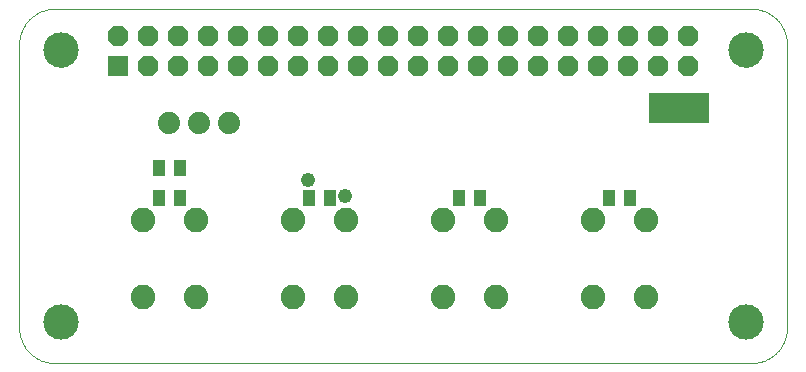
<source format=gts>
G75*
%MOIN*%
%OFA0B0*%
%FSLAX25Y25*%
%IPPOS*%
%LPD*%
%AMOC8*
5,1,8,0,0,1.08239X$1,22.5*
%
%ADD10R,0.20000X0.10000*%
%ADD11C,0.07400*%
%ADD12C,0.08200*%
%ADD13R,0.03950X0.05524*%
%ADD14C,0.00000*%
%ADD15C,0.11824*%
%ADD16R,0.06800X0.06800*%
%ADD17OC8,0.06800*%
%ADD18C,0.04800*%
D10*
X0225000Y0090000D03*
D11*
X0075000Y0085000D03*
X0065000Y0085000D03*
X0055000Y0085000D03*
D12*
X0046100Y0052800D03*
X0063900Y0052800D03*
X0096100Y0052800D03*
X0113900Y0052800D03*
X0146100Y0052800D03*
X0163900Y0052800D03*
X0196100Y0052800D03*
X0213900Y0052800D03*
X0213900Y0027200D03*
X0196100Y0027200D03*
X0163900Y0027200D03*
X0146100Y0027200D03*
X0113900Y0027200D03*
X0096100Y0027200D03*
X0063900Y0027200D03*
X0046100Y0027200D03*
D13*
X0051457Y0060000D03*
X0058543Y0060000D03*
X0058543Y0070000D03*
X0051457Y0070000D03*
X0101457Y0060000D03*
X0108543Y0060000D03*
X0151457Y0060000D03*
X0158543Y0060000D03*
X0201457Y0060000D03*
X0208543Y0060000D03*
D14*
X0249094Y0005000D02*
X0016811Y0005000D01*
X0016526Y0005003D01*
X0016240Y0005014D01*
X0015955Y0005031D01*
X0015671Y0005055D01*
X0015387Y0005086D01*
X0015104Y0005124D01*
X0014823Y0005169D01*
X0014542Y0005220D01*
X0014262Y0005278D01*
X0013984Y0005343D01*
X0013708Y0005415D01*
X0013434Y0005493D01*
X0013161Y0005578D01*
X0012891Y0005670D01*
X0012623Y0005768D01*
X0012357Y0005872D01*
X0012094Y0005983D01*
X0011834Y0006100D01*
X0011576Y0006223D01*
X0011322Y0006353D01*
X0011071Y0006489D01*
X0010823Y0006630D01*
X0010579Y0006778D01*
X0010338Y0006931D01*
X0010102Y0007091D01*
X0009869Y0007256D01*
X0009640Y0007426D01*
X0009415Y0007602D01*
X0009195Y0007784D01*
X0008979Y0007970D01*
X0008768Y0008162D01*
X0008561Y0008359D01*
X0008359Y0008561D01*
X0008162Y0008768D01*
X0007970Y0008979D01*
X0007784Y0009195D01*
X0007602Y0009415D01*
X0007426Y0009640D01*
X0007256Y0009869D01*
X0007091Y0010102D01*
X0006931Y0010338D01*
X0006778Y0010579D01*
X0006630Y0010823D01*
X0006489Y0011071D01*
X0006353Y0011322D01*
X0006223Y0011576D01*
X0006100Y0011834D01*
X0005983Y0012094D01*
X0005872Y0012357D01*
X0005768Y0012623D01*
X0005670Y0012891D01*
X0005578Y0013161D01*
X0005493Y0013434D01*
X0005415Y0013708D01*
X0005343Y0013984D01*
X0005278Y0014262D01*
X0005220Y0014542D01*
X0005169Y0014823D01*
X0005124Y0015104D01*
X0005086Y0015387D01*
X0005055Y0015671D01*
X0005031Y0015955D01*
X0005014Y0016240D01*
X0005003Y0016526D01*
X0005000Y0016811D01*
X0005000Y0111299D01*
X0005003Y0111584D01*
X0005014Y0111870D01*
X0005031Y0112155D01*
X0005055Y0112439D01*
X0005086Y0112723D01*
X0005124Y0113006D01*
X0005169Y0113287D01*
X0005220Y0113568D01*
X0005278Y0113848D01*
X0005343Y0114126D01*
X0005415Y0114402D01*
X0005493Y0114676D01*
X0005578Y0114949D01*
X0005670Y0115219D01*
X0005768Y0115487D01*
X0005872Y0115753D01*
X0005983Y0116016D01*
X0006100Y0116276D01*
X0006223Y0116534D01*
X0006353Y0116788D01*
X0006489Y0117039D01*
X0006630Y0117287D01*
X0006778Y0117531D01*
X0006931Y0117772D01*
X0007091Y0118008D01*
X0007256Y0118241D01*
X0007426Y0118470D01*
X0007602Y0118695D01*
X0007784Y0118915D01*
X0007970Y0119131D01*
X0008162Y0119342D01*
X0008359Y0119549D01*
X0008561Y0119751D01*
X0008768Y0119948D01*
X0008979Y0120140D01*
X0009195Y0120326D01*
X0009415Y0120508D01*
X0009640Y0120684D01*
X0009869Y0120854D01*
X0010102Y0121019D01*
X0010338Y0121179D01*
X0010579Y0121332D01*
X0010823Y0121480D01*
X0011071Y0121621D01*
X0011322Y0121757D01*
X0011576Y0121887D01*
X0011834Y0122010D01*
X0012094Y0122127D01*
X0012357Y0122238D01*
X0012623Y0122342D01*
X0012891Y0122440D01*
X0013161Y0122532D01*
X0013434Y0122617D01*
X0013708Y0122695D01*
X0013984Y0122767D01*
X0014262Y0122832D01*
X0014542Y0122890D01*
X0014823Y0122941D01*
X0015104Y0122986D01*
X0015387Y0123024D01*
X0015671Y0123055D01*
X0015955Y0123079D01*
X0016240Y0123096D01*
X0016526Y0123107D01*
X0016811Y0123110D01*
X0249094Y0123110D01*
X0249379Y0123107D01*
X0249665Y0123096D01*
X0249950Y0123079D01*
X0250234Y0123055D01*
X0250518Y0123024D01*
X0250801Y0122986D01*
X0251082Y0122941D01*
X0251363Y0122890D01*
X0251643Y0122832D01*
X0251921Y0122767D01*
X0252197Y0122695D01*
X0252471Y0122617D01*
X0252744Y0122532D01*
X0253014Y0122440D01*
X0253282Y0122342D01*
X0253548Y0122238D01*
X0253811Y0122127D01*
X0254071Y0122010D01*
X0254329Y0121887D01*
X0254583Y0121757D01*
X0254834Y0121621D01*
X0255082Y0121480D01*
X0255326Y0121332D01*
X0255567Y0121179D01*
X0255803Y0121019D01*
X0256036Y0120854D01*
X0256265Y0120684D01*
X0256490Y0120508D01*
X0256710Y0120326D01*
X0256926Y0120140D01*
X0257137Y0119948D01*
X0257344Y0119751D01*
X0257546Y0119549D01*
X0257743Y0119342D01*
X0257935Y0119131D01*
X0258121Y0118915D01*
X0258303Y0118695D01*
X0258479Y0118470D01*
X0258649Y0118241D01*
X0258814Y0118008D01*
X0258974Y0117772D01*
X0259127Y0117531D01*
X0259275Y0117287D01*
X0259416Y0117039D01*
X0259552Y0116788D01*
X0259682Y0116534D01*
X0259805Y0116276D01*
X0259922Y0116016D01*
X0260033Y0115753D01*
X0260137Y0115487D01*
X0260235Y0115219D01*
X0260327Y0114949D01*
X0260412Y0114676D01*
X0260490Y0114402D01*
X0260562Y0114126D01*
X0260627Y0113848D01*
X0260685Y0113568D01*
X0260736Y0113287D01*
X0260781Y0113006D01*
X0260819Y0112723D01*
X0260850Y0112439D01*
X0260874Y0112155D01*
X0260891Y0111870D01*
X0260902Y0111584D01*
X0260905Y0111299D01*
X0260906Y0111299D02*
X0260906Y0016811D01*
X0260905Y0016811D02*
X0260902Y0016526D01*
X0260891Y0016240D01*
X0260874Y0015955D01*
X0260850Y0015671D01*
X0260819Y0015387D01*
X0260781Y0015104D01*
X0260736Y0014823D01*
X0260685Y0014542D01*
X0260627Y0014262D01*
X0260562Y0013984D01*
X0260490Y0013708D01*
X0260412Y0013434D01*
X0260327Y0013161D01*
X0260235Y0012891D01*
X0260137Y0012623D01*
X0260033Y0012357D01*
X0259922Y0012094D01*
X0259805Y0011834D01*
X0259682Y0011576D01*
X0259552Y0011322D01*
X0259416Y0011071D01*
X0259275Y0010823D01*
X0259127Y0010579D01*
X0258974Y0010338D01*
X0258814Y0010102D01*
X0258649Y0009869D01*
X0258479Y0009640D01*
X0258303Y0009415D01*
X0258121Y0009195D01*
X0257935Y0008979D01*
X0257743Y0008768D01*
X0257546Y0008561D01*
X0257344Y0008359D01*
X0257137Y0008162D01*
X0256926Y0007970D01*
X0256710Y0007784D01*
X0256490Y0007602D01*
X0256265Y0007426D01*
X0256036Y0007256D01*
X0255803Y0007091D01*
X0255567Y0006931D01*
X0255326Y0006778D01*
X0255082Y0006630D01*
X0254834Y0006489D01*
X0254583Y0006353D01*
X0254329Y0006223D01*
X0254071Y0006100D01*
X0253811Y0005983D01*
X0253548Y0005872D01*
X0253282Y0005768D01*
X0253014Y0005670D01*
X0252744Y0005578D01*
X0252471Y0005493D01*
X0252197Y0005415D01*
X0251921Y0005343D01*
X0251643Y0005278D01*
X0251363Y0005220D01*
X0251082Y0005169D01*
X0250801Y0005124D01*
X0250518Y0005086D01*
X0250234Y0005055D01*
X0249950Y0005031D01*
X0249665Y0005014D01*
X0249379Y0005003D01*
X0249094Y0005000D01*
X0241614Y0018780D02*
X0241616Y0018928D01*
X0241622Y0019076D01*
X0241632Y0019224D01*
X0241646Y0019371D01*
X0241664Y0019518D01*
X0241685Y0019664D01*
X0241711Y0019810D01*
X0241741Y0019955D01*
X0241774Y0020099D01*
X0241812Y0020242D01*
X0241853Y0020384D01*
X0241898Y0020525D01*
X0241946Y0020665D01*
X0241999Y0020804D01*
X0242055Y0020941D01*
X0242115Y0021076D01*
X0242178Y0021210D01*
X0242245Y0021342D01*
X0242316Y0021472D01*
X0242390Y0021600D01*
X0242467Y0021726D01*
X0242548Y0021850D01*
X0242632Y0021972D01*
X0242719Y0022091D01*
X0242810Y0022208D01*
X0242904Y0022323D01*
X0243000Y0022435D01*
X0243100Y0022545D01*
X0243202Y0022651D01*
X0243308Y0022755D01*
X0243416Y0022856D01*
X0243527Y0022954D01*
X0243640Y0023050D01*
X0243756Y0023142D01*
X0243874Y0023231D01*
X0243995Y0023316D01*
X0244118Y0023399D01*
X0244243Y0023478D01*
X0244370Y0023554D01*
X0244499Y0023626D01*
X0244630Y0023695D01*
X0244763Y0023760D01*
X0244898Y0023821D01*
X0245034Y0023879D01*
X0245171Y0023934D01*
X0245310Y0023984D01*
X0245451Y0024031D01*
X0245592Y0024074D01*
X0245735Y0024114D01*
X0245879Y0024149D01*
X0246023Y0024181D01*
X0246169Y0024208D01*
X0246315Y0024232D01*
X0246462Y0024252D01*
X0246609Y0024268D01*
X0246756Y0024280D01*
X0246904Y0024288D01*
X0247052Y0024292D01*
X0247200Y0024292D01*
X0247348Y0024288D01*
X0247496Y0024280D01*
X0247643Y0024268D01*
X0247790Y0024252D01*
X0247937Y0024232D01*
X0248083Y0024208D01*
X0248229Y0024181D01*
X0248373Y0024149D01*
X0248517Y0024114D01*
X0248660Y0024074D01*
X0248801Y0024031D01*
X0248942Y0023984D01*
X0249081Y0023934D01*
X0249218Y0023879D01*
X0249354Y0023821D01*
X0249489Y0023760D01*
X0249622Y0023695D01*
X0249753Y0023626D01*
X0249882Y0023554D01*
X0250009Y0023478D01*
X0250134Y0023399D01*
X0250257Y0023316D01*
X0250378Y0023231D01*
X0250496Y0023142D01*
X0250612Y0023050D01*
X0250725Y0022954D01*
X0250836Y0022856D01*
X0250944Y0022755D01*
X0251050Y0022651D01*
X0251152Y0022545D01*
X0251252Y0022435D01*
X0251348Y0022323D01*
X0251442Y0022208D01*
X0251533Y0022091D01*
X0251620Y0021972D01*
X0251704Y0021850D01*
X0251785Y0021726D01*
X0251862Y0021600D01*
X0251936Y0021472D01*
X0252007Y0021342D01*
X0252074Y0021210D01*
X0252137Y0021076D01*
X0252197Y0020941D01*
X0252253Y0020804D01*
X0252306Y0020665D01*
X0252354Y0020525D01*
X0252399Y0020384D01*
X0252440Y0020242D01*
X0252478Y0020099D01*
X0252511Y0019955D01*
X0252541Y0019810D01*
X0252567Y0019664D01*
X0252588Y0019518D01*
X0252606Y0019371D01*
X0252620Y0019224D01*
X0252630Y0019076D01*
X0252636Y0018928D01*
X0252638Y0018780D01*
X0252636Y0018632D01*
X0252630Y0018484D01*
X0252620Y0018336D01*
X0252606Y0018189D01*
X0252588Y0018042D01*
X0252567Y0017896D01*
X0252541Y0017750D01*
X0252511Y0017605D01*
X0252478Y0017461D01*
X0252440Y0017318D01*
X0252399Y0017176D01*
X0252354Y0017035D01*
X0252306Y0016895D01*
X0252253Y0016756D01*
X0252197Y0016619D01*
X0252137Y0016484D01*
X0252074Y0016350D01*
X0252007Y0016218D01*
X0251936Y0016088D01*
X0251862Y0015960D01*
X0251785Y0015834D01*
X0251704Y0015710D01*
X0251620Y0015588D01*
X0251533Y0015469D01*
X0251442Y0015352D01*
X0251348Y0015237D01*
X0251252Y0015125D01*
X0251152Y0015015D01*
X0251050Y0014909D01*
X0250944Y0014805D01*
X0250836Y0014704D01*
X0250725Y0014606D01*
X0250612Y0014510D01*
X0250496Y0014418D01*
X0250378Y0014329D01*
X0250257Y0014244D01*
X0250134Y0014161D01*
X0250009Y0014082D01*
X0249882Y0014006D01*
X0249753Y0013934D01*
X0249622Y0013865D01*
X0249489Y0013800D01*
X0249354Y0013739D01*
X0249218Y0013681D01*
X0249081Y0013626D01*
X0248942Y0013576D01*
X0248801Y0013529D01*
X0248660Y0013486D01*
X0248517Y0013446D01*
X0248373Y0013411D01*
X0248229Y0013379D01*
X0248083Y0013352D01*
X0247937Y0013328D01*
X0247790Y0013308D01*
X0247643Y0013292D01*
X0247496Y0013280D01*
X0247348Y0013272D01*
X0247200Y0013268D01*
X0247052Y0013268D01*
X0246904Y0013272D01*
X0246756Y0013280D01*
X0246609Y0013292D01*
X0246462Y0013308D01*
X0246315Y0013328D01*
X0246169Y0013352D01*
X0246023Y0013379D01*
X0245879Y0013411D01*
X0245735Y0013446D01*
X0245592Y0013486D01*
X0245451Y0013529D01*
X0245310Y0013576D01*
X0245171Y0013626D01*
X0245034Y0013681D01*
X0244898Y0013739D01*
X0244763Y0013800D01*
X0244630Y0013865D01*
X0244499Y0013934D01*
X0244370Y0014006D01*
X0244243Y0014082D01*
X0244118Y0014161D01*
X0243995Y0014244D01*
X0243874Y0014329D01*
X0243756Y0014418D01*
X0243640Y0014510D01*
X0243527Y0014606D01*
X0243416Y0014704D01*
X0243308Y0014805D01*
X0243202Y0014909D01*
X0243100Y0015015D01*
X0243000Y0015125D01*
X0242904Y0015237D01*
X0242810Y0015352D01*
X0242719Y0015469D01*
X0242632Y0015588D01*
X0242548Y0015710D01*
X0242467Y0015834D01*
X0242390Y0015960D01*
X0242316Y0016088D01*
X0242245Y0016218D01*
X0242178Y0016350D01*
X0242115Y0016484D01*
X0242055Y0016619D01*
X0241999Y0016756D01*
X0241946Y0016895D01*
X0241898Y0017035D01*
X0241853Y0017176D01*
X0241812Y0017318D01*
X0241774Y0017461D01*
X0241741Y0017605D01*
X0241711Y0017750D01*
X0241685Y0017896D01*
X0241664Y0018042D01*
X0241646Y0018189D01*
X0241632Y0018336D01*
X0241622Y0018484D01*
X0241616Y0018632D01*
X0241614Y0018780D01*
X0241614Y0109331D02*
X0241616Y0109479D01*
X0241622Y0109627D01*
X0241632Y0109775D01*
X0241646Y0109922D01*
X0241664Y0110069D01*
X0241685Y0110215D01*
X0241711Y0110361D01*
X0241741Y0110506D01*
X0241774Y0110650D01*
X0241812Y0110793D01*
X0241853Y0110935D01*
X0241898Y0111076D01*
X0241946Y0111216D01*
X0241999Y0111355D01*
X0242055Y0111492D01*
X0242115Y0111627D01*
X0242178Y0111761D01*
X0242245Y0111893D01*
X0242316Y0112023D01*
X0242390Y0112151D01*
X0242467Y0112277D01*
X0242548Y0112401D01*
X0242632Y0112523D01*
X0242719Y0112642D01*
X0242810Y0112759D01*
X0242904Y0112874D01*
X0243000Y0112986D01*
X0243100Y0113096D01*
X0243202Y0113202D01*
X0243308Y0113306D01*
X0243416Y0113407D01*
X0243527Y0113505D01*
X0243640Y0113601D01*
X0243756Y0113693D01*
X0243874Y0113782D01*
X0243995Y0113867D01*
X0244118Y0113950D01*
X0244243Y0114029D01*
X0244370Y0114105D01*
X0244499Y0114177D01*
X0244630Y0114246D01*
X0244763Y0114311D01*
X0244898Y0114372D01*
X0245034Y0114430D01*
X0245171Y0114485D01*
X0245310Y0114535D01*
X0245451Y0114582D01*
X0245592Y0114625D01*
X0245735Y0114665D01*
X0245879Y0114700D01*
X0246023Y0114732D01*
X0246169Y0114759D01*
X0246315Y0114783D01*
X0246462Y0114803D01*
X0246609Y0114819D01*
X0246756Y0114831D01*
X0246904Y0114839D01*
X0247052Y0114843D01*
X0247200Y0114843D01*
X0247348Y0114839D01*
X0247496Y0114831D01*
X0247643Y0114819D01*
X0247790Y0114803D01*
X0247937Y0114783D01*
X0248083Y0114759D01*
X0248229Y0114732D01*
X0248373Y0114700D01*
X0248517Y0114665D01*
X0248660Y0114625D01*
X0248801Y0114582D01*
X0248942Y0114535D01*
X0249081Y0114485D01*
X0249218Y0114430D01*
X0249354Y0114372D01*
X0249489Y0114311D01*
X0249622Y0114246D01*
X0249753Y0114177D01*
X0249882Y0114105D01*
X0250009Y0114029D01*
X0250134Y0113950D01*
X0250257Y0113867D01*
X0250378Y0113782D01*
X0250496Y0113693D01*
X0250612Y0113601D01*
X0250725Y0113505D01*
X0250836Y0113407D01*
X0250944Y0113306D01*
X0251050Y0113202D01*
X0251152Y0113096D01*
X0251252Y0112986D01*
X0251348Y0112874D01*
X0251442Y0112759D01*
X0251533Y0112642D01*
X0251620Y0112523D01*
X0251704Y0112401D01*
X0251785Y0112277D01*
X0251862Y0112151D01*
X0251936Y0112023D01*
X0252007Y0111893D01*
X0252074Y0111761D01*
X0252137Y0111627D01*
X0252197Y0111492D01*
X0252253Y0111355D01*
X0252306Y0111216D01*
X0252354Y0111076D01*
X0252399Y0110935D01*
X0252440Y0110793D01*
X0252478Y0110650D01*
X0252511Y0110506D01*
X0252541Y0110361D01*
X0252567Y0110215D01*
X0252588Y0110069D01*
X0252606Y0109922D01*
X0252620Y0109775D01*
X0252630Y0109627D01*
X0252636Y0109479D01*
X0252638Y0109331D01*
X0252636Y0109183D01*
X0252630Y0109035D01*
X0252620Y0108887D01*
X0252606Y0108740D01*
X0252588Y0108593D01*
X0252567Y0108447D01*
X0252541Y0108301D01*
X0252511Y0108156D01*
X0252478Y0108012D01*
X0252440Y0107869D01*
X0252399Y0107727D01*
X0252354Y0107586D01*
X0252306Y0107446D01*
X0252253Y0107307D01*
X0252197Y0107170D01*
X0252137Y0107035D01*
X0252074Y0106901D01*
X0252007Y0106769D01*
X0251936Y0106639D01*
X0251862Y0106511D01*
X0251785Y0106385D01*
X0251704Y0106261D01*
X0251620Y0106139D01*
X0251533Y0106020D01*
X0251442Y0105903D01*
X0251348Y0105788D01*
X0251252Y0105676D01*
X0251152Y0105566D01*
X0251050Y0105460D01*
X0250944Y0105356D01*
X0250836Y0105255D01*
X0250725Y0105157D01*
X0250612Y0105061D01*
X0250496Y0104969D01*
X0250378Y0104880D01*
X0250257Y0104795D01*
X0250134Y0104712D01*
X0250009Y0104633D01*
X0249882Y0104557D01*
X0249753Y0104485D01*
X0249622Y0104416D01*
X0249489Y0104351D01*
X0249354Y0104290D01*
X0249218Y0104232D01*
X0249081Y0104177D01*
X0248942Y0104127D01*
X0248801Y0104080D01*
X0248660Y0104037D01*
X0248517Y0103997D01*
X0248373Y0103962D01*
X0248229Y0103930D01*
X0248083Y0103903D01*
X0247937Y0103879D01*
X0247790Y0103859D01*
X0247643Y0103843D01*
X0247496Y0103831D01*
X0247348Y0103823D01*
X0247200Y0103819D01*
X0247052Y0103819D01*
X0246904Y0103823D01*
X0246756Y0103831D01*
X0246609Y0103843D01*
X0246462Y0103859D01*
X0246315Y0103879D01*
X0246169Y0103903D01*
X0246023Y0103930D01*
X0245879Y0103962D01*
X0245735Y0103997D01*
X0245592Y0104037D01*
X0245451Y0104080D01*
X0245310Y0104127D01*
X0245171Y0104177D01*
X0245034Y0104232D01*
X0244898Y0104290D01*
X0244763Y0104351D01*
X0244630Y0104416D01*
X0244499Y0104485D01*
X0244370Y0104557D01*
X0244243Y0104633D01*
X0244118Y0104712D01*
X0243995Y0104795D01*
X0243874Y0104880D01*
X0243756Y0104969D01*
X0243640Y0105061D01*
X0243527Y0105157D01*
X0243416Y0105255D01*
X0243308Y0105356D01*
X0243202Y0105460D01*
X0243100Y0105566D01*
X0243000Y0105676D01*
X0242904Y0105788D01*
X0242810Y0105903D01*
X0242719Y0106020D01*
X0242632Y0106139D01*
X0242548Y0106261D01*
X0242467Y0106385D01*
X0242390Y0106511D01*
X0242316Y0106639D01*
X0242245Y0106769D01*
X0242178Y0106901D01*
X0242115Y0107035D01*
X0242055Y0107170D01*
X0241999Y0107307D01*
X0241946Y0107446D01*
X0241898Y0107586D01*
X0241853Y0107727D01*
X0241812Y0107869D01*
X0241774Y0108012D01*
X0241741Y0108156D01*
X0241711Y0108301D01*
X0241685Y0108447D01*
X0241664Y0108593D01*
X0241646Y0108740D01*
X0241632Y0108887D01*
X0241622Y0109035D01*
X0241616Y0109183D01*
X0241614Y0109331D01*
X0013268Y0109331D02*
X0013270Y0109479D01*
X0013276Y0109627D01*
X0013286Y0109775D01*
X0013300Y0109922D01*
X0013318Y0110069D01*
X0013339Y0110215D01*
X0013365Y0110361D01*
X0013395Y0110506D01*
X0013428Y0110650D01*
X0013466Y0110793D01*
X0013507Y0110935D01*
X0013552Y0111076D01*
X0013600Y0111216D01*
X0013653Y0111355D01*
X0013709Y0111492D01*
X0013769Y0111627D01*
X0013832Y0111761D01*
X0013899Y0111893D01*
X0013970Y0112023D01*
X0014044Y0112151D01*
X0014121Y0112277D01*
X0014202Y0112401D01*
X0014286Y0112523D01*
X0014373Y0112642D01*
X0014464Y0112759D01*
X0014558Y0112874D01*
X0014654Y0112986D01*
X0014754Y0113096D01*
X0014856Y0113202D01*
X0014962Y0113306D01*
X0015070Y0113407D01*
X0015181Y0113505D01*
X0015294Y0113601D01*
X0015410Y0113693D01*
X0015528Y0113782D01*
X0015649Y0113867D01*
X0015772Y0113950D01*
X0015897Y0114029D01*
X0016024Y0114105D01*
X0016153Y0114177D01*
X0016284Y0114246D01*
X0016417Y0114311D01*
X0016552Y0114372D01*
X0016688Y0114430D01*
X0016825Y0114485D01*
X0016964Y0114535D01*
X0017105Y0114582D01*
X0017246Y0114625D01*
X0017389Y0114665D01*
X0017533Y0114700D01*
X0017677Y0114732D01*
X0017823Y0114759D01*
X0017969Y0114783D01*
X0018116Y0114803D01*
X0018263Y0114819D01*
X0018410Y0114831D01*
X0018558Y0114839D01*
X0018706Y0114843D01*
X0018854Y0114843D01*
X0019002Y0114839D01*
X0019150Y0114831D01*
X0019297Y0114819D01*
X0019444Y0114803D01*
X0019591Y0114783D01*
X0019737Y0114759D01*
X0019883Y0114732D01*
X0020027Y0114700D01*
X0020171Y0114665D01*
X0020314Y0114625D01*
X0020455Y0114582D01*
X0020596Y0114535D01*
X0020735Y0114485D01*
X0020872Y0114430D01*
X0021008Y0114372D01*
X0021143Y0114311D01*
X0021276Y0114246D01*
X0021407Y0114177D01*
X0021536Y0114105D01*
X0021663Y0114029D01*
X0021788Y0113950D01*
X0021911Y0113867D01*
X0022032Y0113782D01*
X0022150Y0113693D01*
X0022266Y0113601D01*
X0022379Y0113505D01*
X0022490Y0113407D01*
X0022598Y0113306D01*
X0022704Y0113202D01*
X0022806Y0113096D01*
X0022906Y0112986D01*
X0023002Y0112874D01*
X0023096Y0112759D01*
X0023187Y0112642D01*
X0023274Y0112523D01*
X0023358Y0112401D01*
X0023439Y0112277D01*
X0023516Y0112151D01*
X0023590Y0112023D01*
X0023661Y0111893D01*
X0023728Y0111761D01*
X0023791Y0111627D01*
X0023851Y0111492D01*
X0023907Y0111355D01*
X0023960Y0111216D01*
X0024008Y0111076D01*
X0024053Y0110935D01*
X0024094Y0110793D01*
X0024132Y0110650D01*
X0024165Y0110506D01*
X0024195Y0110361D01*
X0024221Y0110215D01*
X0024242Y0110069D01*
X0024260Y0109922D01*
X0024274Y0109775D01*
X0024284Y0109627D01*
X0024290Y0109479D01*
X0024292Y0109331D01*
X0024290Y0109183D01*
X0024284Y0109035D01*
X0024274Y0108887D01*
X0024260Y0108740D01*
X0024242Y0108593D01*
X0024221Y0108447D01*
X0024195Y0108301D01*
X0024165Y0108156D01*
X0024132Y0108012D01*
X0024094Y0107869D01*
X0024053Y0107727D01*
X0024008Y0107586D01*
X0023960Y0107446D01*
X0023907Y0107307D01*
X0023851Y0107170D01*
X0023791Y0107035D01*
X0023728Y0106901D01*
X0023661Y0106769D01*
X0023590Y0106639D01*
X0023516Y0106511D01*
X0023439Y0106385D01*
X0023358Y0106261D01*
X0023274Y0106139D01*
X0023187Y0106020D01*
X0023096Y0105903D01*
X0023002Y0105788D01*
X0022906Y0105676D01*
X0022806Y0105566D01*
X0022704Y0105460D01*
X0022598Y0105356D01*
X0022490Y0105255D01*
X0022379Y0105157D01*
X0022266Y0105061D01*
X0022150Y0104969D01*
X0022032Y0104880D01*
X0021911Y0104795D01*
X0021788Y0104712D01*
X0021663Y0104633D01*
X0021536Y0104557D01*
X0021407Y0104485D01*
X0021276Y0104416D01*
X0021143Y0104351D01*
X0021008Y0104290D01*
X0020872Y0104232D01*
X0020735Y0104177D01*
X0020596Y0104127D01*
X0020455Y0104080D01*
X0020314Y0104037D01*
X0020171Y0103997D01*
X0020027Y0103962D01*
X0019883Y0103930D01*
X0019737Y0103903D01*
X0019591Y0103879D01*
X0019444Y0103859D01*
X0019297Y0103843D01*
X0019150Y0103831D01*
X0019002Y0103823D01*
X0018854Y0103819D01*
X0018706Y0103819D01*
X0018558Y0103823D01*
X0018410Y0103831D01*
X0018263Y0103843D01*
X0018116Y0103859D01*
X0017969Y0103879D01*
X0017823Y0103903D01*
X0017677Y0103930D01*
X0017533Y0103962D01*
X0017389Y0103997D01*
X0017246Y0104037D01*
X0017105Y0104080D01*
X0016964Y0104127D01*
X0016825Y0104177D01*
X0016688Y0104232D01*
X0016552Y0104290D01*
X0016417Y0104351D01*
X0016284Y0104416D01*
X0016153Y0104485D01*
X0016024Y0104557D01*
X0015897Y0104633D01*
X0015772Y0104712D01*
X0015649Y0104795D01*
X0015528Y0104880D01*
X0015410Y0104969D01*
X0015294Y0105061D01*
X0015181Y0105157D01*
X0015070Y0105255D01*
X0014962Y0105356D01*
X0014856Y0105460D01*
X0014754Y0105566D01*
X0014654Y0105676D01*
X0014558Y0105788D01*
X0014464Y0105903D01*
X0014373Y0106020D01*
X0014286Y0106139D01*
X0014202Y0106261D01*
X0014121Y0106385D01*
X0014044Y0106511D01*
X0013970Y0106639D01*
X0013899Y0106769D01*
X0013832Y0106901D01*
X0013769Y0107035D01*
X0013709Y0107170D01*
X0013653Y0107307D01*
X0013600Y0107446D01*
X0013552Y0107586D01*
X0013507Y0107727D01*
X0013466Y0107869D01*
X0013428Y0108012D01*
X0013395Y0108156D01*
X0013365Y0108301D01*
X0013339Y0108447D01*
X0013318Y0108593D01*
X0013300Y0108740D01*
X0013286Y0108887D01*
X0013276Y0109035D01*
X0013270Y0109183D01*
X0013268Y0109331D01*
X0013268Y0018780D02*
X0013270Y0018928D01*
X0013276Y0019076D01*
X0013286Y0019224D01*
X0013300Y0019371D01*
X0013318Y0019518D01*
X0013339Y0019664D01*
X0013365Y0019810D01*
X0013395Y0019955D01*
X0013428Y0020099D01*
X0013466Y0020242D01*
X0013507Y0020384D01*
X0013552Y0020525D01*
X0013600Y0020665D01*
X0013653Y0020804D01*
X0013709Y0020941D01*
X0013769Y0021076D01*
X0013832Y0021210D01*
X0013899Y0021342D01*
X0013970Y0021472D01*
X0014044Y0021600D01*
X0014121Y0021726D01*
X0014202Y0021850D01*
X0014286Y0021972D01*
X0014373Y0022091D01*
X0014464Y0022208D01*
X0014558Y0022323D01*
X0014654Y0022435D01*
X0014754Y0022545D01*
X0014856Y0022651D01*
X0014962Y0022755D01*
X0015070Y0022856D01*
X0015181Y0022954D01*
X0015294Y0023050D01*
X0015410Y0023142D01*
X0015528Y0023231D01*
X0015649Y0023316D01*
X0015772Y0023399D01*
X0015897Y0023478D01*
X0016024Y0023554D01*
X0016153Y0023626D01*
X0016284Y0023695D01*
X0016417Y0023760D01*
X0016552Y0023821D01*
X0016688Y0023879D01*
X0016825Y0023934D01*
X0016964Y0023984D01*
X0017105Y0024031D01*
X0017246Y0024074D01*
X0017389Y0024114D01*
X0017533Y0024149D01*
X0017677Y0024181D01*
X0017823Y0024208D01*
X0017969Y0024232D01*
X0018116Y0024252D01*
X0018263Y0024268D01*
X0018410Y0024280D01*
X0018558Y0024288D01*
X0018706Y0024292D01*
X0018854Y0024292D01*
X0019002Y0024288D01*
X0019150Y0024280D01*
X0019297Y0024268D01*
X0019444Y0024252D01*
X0019591Y0024232D01*
X0019737Y0024208D01*
X0019883Y0024181D01*
X0020027Y0024149D01*
X0020171Y0024114D01*
X0020314Y0024074D01*
X0020455Y0024031D01*
X0020596Y0023984D01*
X0020735Y0023934D01*
X0020872Y0023879D01*
X0021008Y0023821D01*
X0021143Y0023760D01*
X0021276Y0023695D01*
X0021407Y0023626D01*
X0021536Y0023554D01*
X0021663Y0023478D01*
X0021788Y0023399D01*
X0021911Y0023316D01*
X0022032Y0023231D01*
X0022150Y0023142D01*
X0022266Y0023050D01*
X0022379Y0022954D01*
X0022490Y0022856D01*
X0022598Y0022755D01*
X0022704Y0022651D01*
X0022806Y0022545D01*
X0022906Y0022435D01*
X0023002Y0022323D01*
X0023096Y0022208D01*
X0023187Y0022091D01*
X0023274Y0021972D01*
X0023358Y0021850D01*
X0023439Y0021726D01*
X0023516Y0021600D01*
X0023590Y0021472D01*
X0023661Y0021342D01*
X0023728Y0021210D01*
X0023791Y0021076D01*
X0023851Y0020941D01*
X0023907Y0020804D01*
X0023960Y0020665D01*
X0024008Y0020525D01*
X0024053Y0020384D01*
X0024094Y0020242D01*
X0024132Y0020099D01*
X0024165Y0019955D01*
X0024195Y0019810D01*
X0024221Y0019664D01*
X0024242Y0019518D01*
X0024260Y0019371D01*
X0024274Y0019224D01*
X0024284Y0019076D01*
X0024290Y0018928D01*
X0024292Y0018780D01*
X0024290Y0018632D01*
X0024284Y0018484D01*
X0024274Y0018336D01*
X0024260Y0018189D01*
X0024242Y0018042D01*
X0024221Y0017896D01*
X0024195Y0017750D01*
X0024165Y0017605D01*
X0024132Y0017461D01*
X0024094Y0017318D01*
X0024053Y0017176D01*
X0024008Y0017035D01*
X0023960Y0016895D01*
X0023907Y0016756D01*
X0023851Y0016619D01*
X0023791Y0016484D01*
X0023728Y0016350D01*
X0023661Y0016218D01*
X0023590Y0016088D01*
X0023516Y0015960D01*
X0023439Y0015834D01*
X0023358Y0015710D01*
X0023274Y0015588D01*
X0023187Y0015469D01*
X0023096Y0015352D01*
X0023002Y0015237D01*
X0022906Y0015125D01*
X0022806Y0015015D01*
X0022704Y0014909D01*
X0022598Y0014805D01*
X0022490Y0014704D01*
X0022379Y0014606D01*
X0022266Y0014510D01*
X0022150Y0014418D01*
X0022032Y0014329D01*
X0021911Y0014244D01*
X0021788Y0014161D01*
X0021663Y0014082D01*
X0021536Y0014006D01*
X0021407Y0013934D01*
X0021276Y0013865D01*
X0021143Y0013800D01*
X0021008Y0013739D01*
X0020872Y0013681D01*
X0020735Y0013626D01*
X0020596Y0013576D01*
X0020455Y0013529D01*
X0020314Y0013486D01*
X0020171Y0013446D01*
X0020027Y0013411D01*
X0019883Y0013379D01*
X0019737Y0013352D01*
X0019591Y0013328D01*
X0019444Y0013308D01*
X0019297Y0013292D01*
X0019150Y0013280D01*
X0019002Y0013272D01*
X0018854Y0013268D01*
X0018706Y0013268D01*
X0018558Y0013272D01*
X0018410Y0013280D01*
X0018263Y0013292D01*
X0018116Y0013308D01*
X0017969Y0013328D01*
X0017823Y0013352D01*
X0017677Y0013379D01*
X0017533Y0013411D01*
X0017389Y0013446D01*
X0017246Y0013486D01*
X0017105Y0013529D01*
X0016964Y0013576D01*
X0016825Y0013626D01*
X0016688Y0013681D01*
X0016552Y0013739D01*
X0016417Y0013800D01*
X0016284Y0013865D01*
X0016153Y0013934D01*
X0016024Y0014006D01*
X0015897Y0014082D01*
X0015772Y0014161D01*
X0015649Y0014244D01*
X0015528Y0014329D01*
X0015410Y0014418D01*
X0015294Y0014510D01*
X0015181Y0014606D01*
X0015070Y0014704D01*
X0014962Y0014805D01*
X0014856Y0014909D01*
X0014754Y0015015D01*
X0014654Y0015125D01*
X0014558Y0015237D01*
X0014464Y0015352D01*
X0014373Y0015469D01*
X0014286Y0015588D01*
X0014202Y0015710D01*
X0014121Y0015834D01*
X0014044Y0015960D01*
X0013970Y0016088D01*
X0013899Y0016218D01*
X0013832Y0016350D01*
X0013769Y0016484D01*
X0013709Y0016619D01*
X0013653Y0016756D01*
X0013600Y0016895D01*
X0013552Y0017035D01*
X0013507Y0017176D01*
X0013466Y0017318D01*
X0013428Y0017461D01*
X0013395Y0017605D01*
X0013365Y0017750D01*
X0013339Y0017896D01*
X0013318Y0018042D01*
X0013300Y0018189D01*
X0013286Y0018336D01*
X0013276Y0018484D01*
X0013270Y0018632D01*
X0013268Y0018780D01*
D15*
X0018780Y0018780D03*
X0018780Y0109331D03*
X0247126Y0109331D03*
X0247126Y0018780D03*
D16*
X0037835Y0104016D03*
D17*
X0047835Y0104016D03*
X0057835Y0104016D03*
X0067835Y0104016D03*
X0077835Y0104016D03*
X0087835Y0104016D03*
X0097835Y0104016D03*
X0107835Y0104016D03*
X0117835Y0104016D03*
X0127835Y0104016D03*
X0137835Y0104016D03*
X0147835Y0104016D03*
X0157835Y0104016D03*
X0167835Y0104016D03*
X0177835Y0104016D03*
X0187835Y0104016D03*
X0197835Y0104016D03*
X0207835Y0104016D03*
X0217835Y0104016D03*
X0227835Y0104016D03*
X0227835Y0114016D03*
X0217835Y0114016D03*
X0207835Y0114016D03*
X0197835Y0114016D03*
X0187835Y0114016D03*
X0177835Y0114016D03*
X0167835Y0114016D03*
X0157835Y0114016D03*
X0147835Y0114016D03*
X0137835Y0114016D03*
X0127835Y0114016D03*
X0117835Y0114016D03*
X0107835Y0114016D03*
X0097835Y0114016D03*
X0087835Y0114016D03*
X0077835Y0114016D03*
X0067835Y0114016D03*
X0057835Y0114016D03*
X0047835Y0114016D03*
X0037835Y0114016D03*
D18*
X0101100Y0066000D03*
X0113700Y0060600D03*
M02*

</source>
